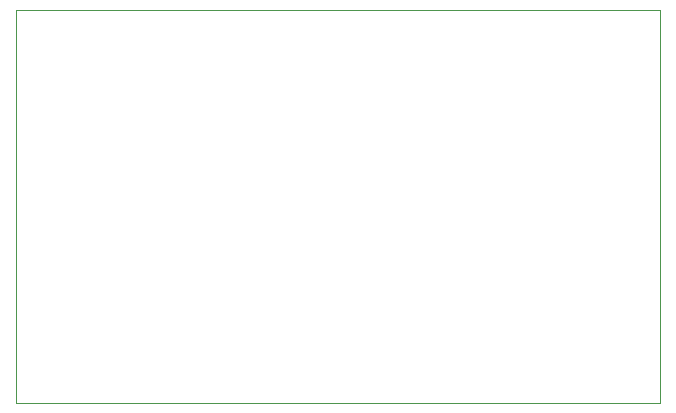
<source format=gbr>
%TF.GenerationSoftware,KiCad,Pcbnew,8.0.0*%
%TF.CreationDate,2025-10-24T15:06:22+03:00*%
%TF.ProjectId,Loewe VGA,4c6f6577-6520-4564-9741-2e6b69636164,rev?*%
%TF.SameCoordinates,Original*%
%TF.FileFunction,Profile,NP*%
%FSLAX46Y46*%
G04 Gerber Fmt 4.6, Leading zero omitted, Abs format (unit mm)*
G04 Created by KiCad (PCBNEW 8.0.0) date 2025-10-24 15:06:22*
%MOMM*%
%LPD*%
G01*
G04 APERTURE LIST*
%TA.AperFunction,Profile*%
%ADD10C,0.050000*%
%TD*%
G04 APERTURE END LIST*
D10*
X175751100Y-121628600D02*
X175751100Y-88378600D01*
X121251100Y-121628600D02*
X175751100Y-121628600D01*
X121251100Y-88378600D02*
X121251100Y-121628600D01*
X175751100Y-88378600D02*
X121251100Y-88378600D01*
M02*

</source>
